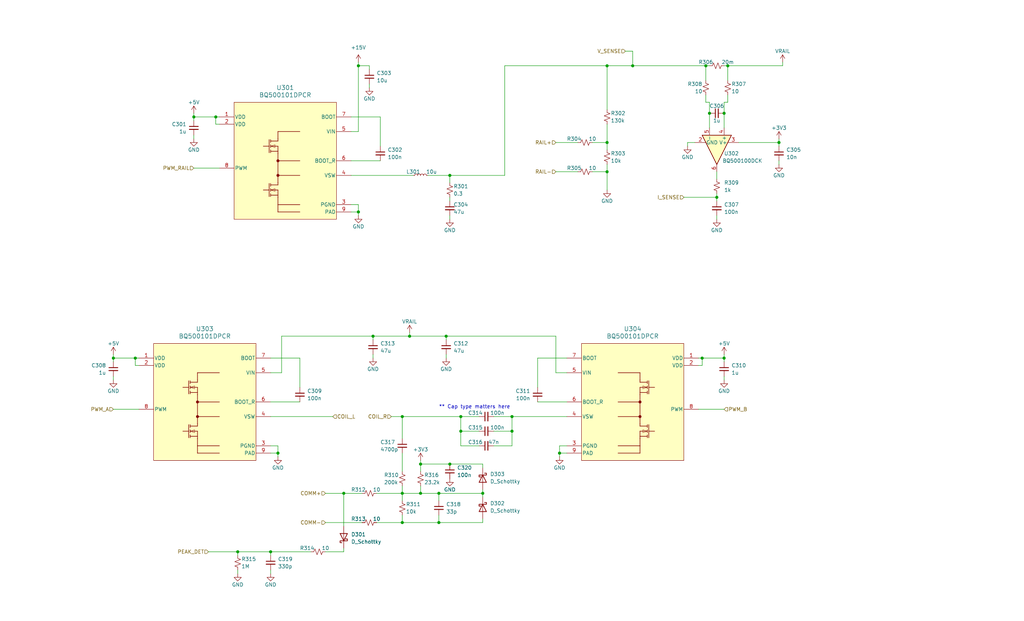
<source format=kicad_sch>
(kicad_sch (version 20230121) (generator eeschema)
  (paper "USLegal")
  (lib_symbols
    (symbol "Amplifier_Current:BQ500100DCK" (pin_names (offset 0.127))
      (property "Reference" "U" (at 3.81 3.81 0))
      (property "Value" "BQ500100DCK" (at 3.81 -3.81 0))
      (symbol "BQ500100DCK_0_1"
        (polyline (pts (xy 5.08 0) (xy -5.08 5.08) (xy -5.08 -5.08) (xy 5.08 0)) (stroke (width 0.254)) (fill (type background)))
      )
      (symbol "BQ500100DCK_1_1"
        (pin passive line (at -2.54 -7.62 90) (length 3.81) hide (name "GND") (number "1"))
        (pin power_in line (at -2.54 -7.62 90) (length 3.81) (name "GND") (number "2"))
        (pin power_in line (at -2.54 7.62 270) (length 3.81) (name "V+") (number "3"))
        (pin input line (at -7.62 2.54 0) (length 2.54) (name "+") (number "4"))
        (pin input line (at -7.62 -2.54 0) (length 2.54) (name "-") (number "5"))
        (pin output line (at 7.62 0 180) (length 2.54) (name "~") (number "6"))
      )
    )
    (symbol "Device:C_Small" (pin_numbers hide) (pin_names (offset 0.254) hide)
      (property "Reference" "C" (at 0.254 1.778 0))
      (property "Value" "C_Small" (at 0.254 -2.032 0))
      (symbol "C_Small_0_1"
        (polyline (pts (xy -1.524 -0.508) (xy 1.524 -0.508)) (stroke (width 0.3302)))
        (polyline (pts (xy -1.524 0.508) (xy 1.524 0.508)) (stroke (width 0.3048)))
      )
      (symbol "C_Small_1_1"
        (pin passive line (at 0 2.54 270) (length 2.032) (name "~") (number "1"))
        (pin passive line (at 0 -2.54 90) (length 2.032) (name "~") (number "2"))
      )
    )
    (symbol "Device:D_Schottky" (pin_numbers hide) (pin_names (offset 1.016) hide)
      (property "Reference" "D" (at 0 2.54 0))
      (property "Value" "D_Schottky" (at 0 -2.54 0))
      (symbol "D_Schottky_0_1"
        (polyline (pts (xy 1.27 0) (xy -1.27 0)))
        (polyline (pts (xy 1.27 1.27) (xy 1.27 -1.27) (xy -1.27 0) (xy 1.27 1.27)) (stroke (width 0.254)))
        (polyline (pts (xy -1.905 0.635) (xy -1.905 1.27) (xy -1.27 1.27) (xy -1.27 -1.27) (xy -0.635 -1.27) (xy -0.635 -0.635)) (stroke (width 0.254)))
      )
      (symbol "D_Schottky_1_1"
        (pin passive line (at -3.81 0 0) (length 2.54) (name "K") (number "1"))
        (pin passive line (at 3.81 0 180) (length 2.54) (name "A") (number "2"))
      )
    )
    (symbol "Device:L_Small" (pin_numbers hide) (pin_names (offset 0.254) hide)
      (property "Reference" "L" (at 0.762 1.016 0))
      (property "Value" "L_Small" (at 0.762 -1.016 0))
      (symbol "L_Small_0_1"
        (arc (start 0 -2.032) (mid 0.5058 -1.524) (end 0 -1.016))
        (arc (start 0 -1.016) (mid 0.5058 -0.508) (end 0 0))
        (arc (start 0 0) (mid 0.5058 0.508) (end 0 1.016))
        (arc (start 0 1.016) (mid 0.5058 1.524) (end 0 2.032))
      )
      (symbol "L_Small_1_1"
        (pin passive line (at 0 2.54 270) (length 0.508) (name "~") (number "1"))
        (pin passive line (at 0 -2.54 90) (length 0.508) (name "~") (number "2"))
      )
    )
    (symbol "Device:R_Small_US" (pin_numbers hide) (pin_names (offset 0.254) hide)
      (property "Reference" "R" (at 0.762 0.508 0))
      (property "Value" "R_Small_US" (at 0.762 -1.016 0))
      (symbol "R_Small_US_1_1"
        (polyline (pts (xy 0 0) (xy 1.016 -0.381) (xy 0 -0.762) (xy -1.016 -1.143) (xy 0 -1.524)))
        (polyline (pts (xy 0 1.524) (xy 1.016 1.143) (xy 0 0.762) (xy -1.016 0.381) (xy 0 0)))
        (pin passive line (at 0 2.54 270) (length 1.016) (name "~") (number "1"))
        (pin passive line (at 0 -2.54 90) (length 1.016) (name "~") (number "2"))
      )
    )
    (symbol "capstone:BQ500101DPCR" (pin_names (offset 0.254))
      (property "Reference" "U" (at 0 24.13 0))
      (property "Value" "BQ500101DPCR" (at 0 21.59 0))
      (symbol "BQ500101DPCR_0_1"
        (circle (center -2.54 -5.08) (radius 0.254) (stroke (width 0.508)))
        (circle (center -2.54 0) (radius 0.254) (stroke (width 0.508)))
        (polyline (pts (xy -7.62 -10.16) (xy -5.588 -10.16)) (stroke (width 0.2032)))
        (polyline (pts (xy -7.62 5.08) (xy -5.588 5.08)) (stroke (width 0.2032)))
        (polyline (pts (xy -5.588 -7.874) (xy -5.588 -12.446)) (stroke (width 0.2032)))
        (polyline (pts (xy -5.588 7.366) (xy -5.588 2.794)) (stroke (width 0.2032)))
        (polyline (pts (xy -5.08 -12.446) (xy -5.08 -11.43)) (stroke (width 0.2032)))
        (polyline (pts (xy -5.08 -10.668) (xy -5.08 -9.652)) (stroke (width 0.2032)))
        (polyline (pts (xy -5.08 -10.16) (xy -3.556 -10.668)) (stroke (width 0.1016)))
        (polyline (pts (xy -5.08 -7.874) (xy -5.08 -8.89)) (stroke (width 0.2032)))
        (polyline (pts (xy -5.08 2.794) (xy -5.08 3.81)) (stroke (width 0.2032)))
        (polyline (pts (xy -5.08 4.572) (xy -5.08 5.588)) (stroke (width 0.2032)))
        (polyline (pts (xy -5.08 5.08) (xy -3.556 4.572)) (stroke (width 0.1016)))
        (polyline (pts (xy -5.08 7.366) (xy -5.08 6.35)) (stroke (width 0.2032)))
        (polyline (pts (xy -3.556 -10.668) (xy -3.556 -9.652)) (stroke (width 0.1016)))
        (polyline (pts (xy -3.556 -9.652) (xy -5.08 -10.16)) (stroke (width 0.1016)))
        (polyline (pts (xy -3.556 4.572) (xy -3.556 5.588)) (stroke (width 0.1016)))
        (polyline (pts (xy -3.556 5.588) (xy -5.08 5.08)) (stroke (width 0.1016)))
        (polyline (pts (xy -2.54 -17.78) (xy 5.08 -17.78)) (stroke (width 0.2032)))
        (polyline (pts (xy -2.54 -15.24) (xy -2.54 -17.78)) (stroke (width 0.2032)))
        (polyline (pts (xy -2.54 -15.24) (xy 5.08 -15.24)) (stroke (width 0.2032)))
        (polyline (pts (xy -2.54 -12.7) (xy -2.54 -15.24)) (stroke (width 0.2032)))
        (polyline (pts (xy -2.54 -11.938) (xy -5.08 -11.938)) (stroke (width 0.2032)))
        (polyline (pts (xy -2.54 -10.16) (xy -5.08 -10.16)) (stroke (width 0.2032)))
        (polyline (pts (xy -2.54 -10.16) (xy -2.54 -12.7)) (stroke (width 0.2032)))
        (polyline (pts (xy -2.54 -8.382) (xy -5.08 -8.382)) (stroke (width 0.2032)))
        (polyline (pts (xy -2.54 -8.382) (xy -2.54 -7.62)) (stroke (width 0.2032)))
        (polyline (pts (xy -2.54 -7.62) (xy -2.54 2.54)) (stroke (width 0.2032)))
        (polyline (pts (xy -2.54 -5.08) (xy 5.08 -5.08)) (stroke (width 0.2032)))
        (polyline (pts (xy -2.54 0) (xy 5.08 0)) (stroke (width 0.2032)))
        (polyline (pts (xy -2.54 3.302) (xy -5.08 3.302)) (stroke (width 0.2032)))
        (polyline (pts (xy -2.54 5.08) (xy -5.08 5.08)) (stroke (width 0.2032)))
        (polyline (pts (xy -2.54 5.08) (xy -2.54 2.54)) (stroke (width 0.2032)))
        (polyline (pts (xy -2.54 6.858) (xy -5.08 6.858)) (stroke (width 0.2032)))
        (polyline (pts (xy -2.54 6.858) (xy -2.54 7.62)) (stroke (width 0.2032)))
        (polyline (pts (xy -2.54 10.16) (xy -2.54 7.62)) (stroke (width 0.2032)))
        (polyline (pts (xy 5.08 10.16) (xy -2.54 10.16)) (stroke (width 0.2032)))
        (pin power_in line (at -22.86 15.24 0) (length 5.08) (name "VDD") (number "1"))
        (pin power_in line (at -22.86 12.7 0) (length 5.08) (name "VDD") (number "2"))
        (pin power_in line (at 22.86 -15.24 180) (length 5.08) (name "PGND") (number "3"))
        (pin power_in line (at 22.86 -5.08 180) (length 5.08) (name "VSW") (number "4"))
        (pin power_in line (at 22.86 10.16 180) (length 5.08) (name "VIN") (number "5"))
        (pin power_in line (at 22.86 0 180) (length 5.08) (name "BOOT_R") (number "6"))
        (pin power_in line (at 22.86 15.24 180) (length 5.08) (name "BOOT") (number "7"))
        (pin input line (at -22.86 -2.54 0) (length 5.08) (name "PWM") (number "8"))
        (pin power_in line (at 22.86 -17.78 180) (length 5.08) (name "PAD") (number "9"))
      )
      (symbol "BQ500101DPCR_1_1"
        (polyline (pts (xy 17.78 -20.32) (xy 17.78 20.32) (xy -17.78 20.32) (xy -17.78 -20.32) (xy 17.78 -20.32)) (fill (type background)))
      )
    )
    (symbol "capstone:VRAIL" (power) (in_bom no) (on_board no)
      (property "Value" "VRAIL" (at 0 3.81 0))
      (symbol "VRAIL_0_1"
        (polyline (pts (xy -0.762 1.27) (xy 0 2.54)))
        (polyline (pts (xy 0 0) (xy 0 2.54)))
        (polyline (pts (xy 0 2.54) (xy 0.762 1.27)))
      )
      (symbol "VRAIL_1_1"
        (pin power_in line (at 0 0 90) (length 0) hide (name "VRAIL") (number "1"))
      )
    )
    (symbol "power:+15V" (power) (pin_names (offset 0))
      (property "Value" "+15V" (at 0 3.556 0))
      (symbol "+15V_0_1"
        (polyline (pts (xy -0.762 1.27) (xy 0 2.54)))
        (polyline (pts (xy 0 0) (xy 0 2.54)))
        (polyline (pts (xy 0 2.54) (xy 0.762 1.27)))
      )
      (symbol "+15V_1_1"
        (pin power_in line (at 0 0 90) (length 0) hide (name "+15V") (number "1"))
      )
    )
    (symbol "power:+3V3" (power) (pin_names (offset 0))
      (property "Value" "+3V3" (at 0 3.556 0))
      (symbol "+3V3_0_1"
        (polyline (pts (xy -0.762 1.27) (xy 0 2.54)))
        (polyline (pts (xy 0 0) (xy 0 2.54)))
        (polyline (pts (xy 0 2.54) (xy 0.762 1.27)))
      )
      (symbol "+3V3_1_1"
        (pin power_in line (at 0 0 90) (length 0) hide (name "+3V3") (number "1"))
      )
    )
    (symbol "power:+5V" (power) (pin_names (offset 0))
      (property "Value" "+5V" (at 0 3.556 0))
      (symbol "+5V_0_1"
        (polyline (pts (xy -0.762 1.27) (xy 0 2.54)))
        (polyline (pts (xy 0 0) (xy 0 2.54)))
        (polyline (pts (xy 0 2.54) (xy 0.762 1.27)))
      )
      (symbol "+5V_1_1"
        (pin power_in line (at 0 0 90) (length 0) hide (name "+5V") (number "1"))
      )
    )
    (symbol "power:GND" (power) (pin_names (offset 0))
      (property "Value" "GND" (at 0 -3.81 0))
      (symbol "GND_0_1"
        (polyline (pts (xy 0 0) (xy 0 -1.27) (xy 1.27 -1.27) (xy 0 -2.54) (xy -1.27 -1.27) (xy 0 -1.27)))
      )
      (symbol "GND_1_1"
        (pin power_in line (at 0 0 270) (length 0) hide (name "GND") (number "1"))
      )
    )
  )
  (junction (at 67.31 40.64))
  (junction (at 219.71 22.86))
  (junction (at 46.99 124.46))
  (junction (at 245.11 22.86))
  (junction (at 93.98 191.77))
  (junction (at 160.02 144.78))
  (junction (at 139.7 181.61))
  (junction (at 142.24 116.84))
  (junction (at 194.31 157.48))
  (junction (at 252.73 22.86))
  (junction (at 270.51 49.53))
  (junction (at 177.8 149.86))
  (junction (at 124.46 73.66))
  (junction (at 246.38 39.37))
  (junction (at 243.84 124.46))
  (junction (at 251.46 124.46))
  (junction (at 210.82 59.69))
  (junction (at 177.8 144.78))
  (junction (at 129.54 116.84))
  (junction (at 154.94 116.84))
  (junction (at 210.82 49.53))
  (junction (at 146.05 161.29))
  (junction (at 146.05 171.45))
  (junction (at 167.64 171.45))
  (junction (at 119.38 171.45))
  (junction (at 152.4 181.61))
  (junction (at 210.82 22.86))
  (junction (at 124.46 22.86))
  (junction (at 74.93 40.64))
  (junction (at 156.21 161.29))
  (junction (at 160.02 149.86))
  (junction (at 96.52 157.48))
  (junction (at 82.55 191.77))
  (junction (at 139.7 171.45))
  (junction (at 156.21 60.96))
  (junction (at 248.92 68.58))
  (junction (at 251.46 39.37))
  (junction (at 152.4 171.45))
  (junction (at 139.7 144.78))
  (junction (at 39.37 124.46))
  (wire (pts (xy 210.82 38.1) (xy 210.82 22.86)))
  (wire (pts (xy 46.99 127) (xy 46.99 124.46)))
  (wire (pts (xy 246.38 35.56) (xy 246.38 39.37)))
  (wire (pts (xy 124.46 21.59) (xy 124.46 22.86)))
  (wire (pts (xy 186.69 134.62) (xy 186.69 124.46)))
  (wire (pts (xy 246.38 39.37) (xy 246.38 44.45)))
  (wire (pts (xy 248.92 67.31) (xy 248.92 68.58)))
  (wire (pts (xy 119.38 171.45) (xy 125.73 171.45)))
  (wire (pts (xy 48.26 127) (xy 46.99 127)))
  (wire (pts (xy 210.82 43.18) (xy 210.82 49.53)))
  (wire (pts (xy 139.7 157.48) (xy 139.7 163.83)))
  (wire (pts (xy 238.76 49.53) (xy 241.3 49.53)))
  (wire (pts (xy 119.38 171.45) (xy 119.38 182.88)))
  (wire (pts (xy 67.31 40.64) (xy 74.93 40.64)))
  (wire (pts (xy 193.04 129.54) (xy 193.04 116.84)))
  (wire (pts (xy 245.11 22.86) (xy 246.38 22.86)))
  (wire (pts (xy 243.84 124.46) (xy 242.57 124.46)))
  (wire (pts (xy 167.64 181.61) (xy 152.4 181.61)))
  (wire (pts (xy 177.8 154.94) (xy 177.8 149.86)))
  (wire (pts (xy 251.46 123.19) (xy 251.46 124.46)))
  (wire (pts (xy 196.85 157.48) (xy 194.31 157.48)))
  (wire (pts (xy 270.51 55.88) (xy 270.51 57.15)))
  (wire (pts (xy 171.45 144.78) (xy 177.8 144.78)))
  (wire (pts (xy 152.4 181.61) (xy 139.7 181.61)))
  (wire (pts (xy 146.05 161.29) (xy 156.21 161.29)))
  (wire (pts (xy 210.82 57.15) (xy 210.82 59.69)))
  (wire (pts (xy 76.2 43.18) (xy 74.93 43.18)))
  (wire (pts (xy 139.7 179.07) (xy 139.7 181.61)))
  (wire (pts (xy 129.54 116.84) (xy 142.24 116.84)))
  (wire (pts (xy 82.55 191.77) (xy 93.98 191.77)))
  (wire (pts (xy 128.27 24.13) (xy 128.27 22.86)))
  (wire (pts (xy 139.7 144.78) (xy 139.7 152.4)))
  (wire (pts (xy 252.73 22.86) (xy 251.46 22.86)))
  (wire (pts (xy 146.05 168.91) (xy 146.05 171.45)))
  (wire (pts (xy 93.98 191.77) (xy 93.98 193.04)))
  (wire (pts (xy 128.27 22.86) (xy 124.46 22.86)))
  (wire (pts (xy 167.64 162.56) (xy 167.64 161.29)))
  (wire (pts (xy 154.94 123.19) (xy 154.94 124.46)))
  (wire (pts (xy 67.31 39.37) (xy 67.31 40.64)))
  (wire (pts (xy 160.02 149.86) (xy 160.02 144.78)))
  (wire (pts (xy 124.46 73.66) (xy 124.46 74.93)))
  (wire (pts (xy 166.37 149.86) (xy 160.02 149.86)))
  (wire (pts (xy 93.98 157.48) (xy 96.52 157.48)))
  (wire (pts (xy 93.98 154.94) (xy 96.52 154.94)))
  (wire (pts (xy 67.31 40.64) (xy 67.31 41.91)))
  (wire (pts (xy 219.71 17.78) (xy 219.71 22.86)))
  (wire (pts (xy 135.89 144.78) (xy 139.7 144.78)))
  (wire (pts (xy 124.46 45.72) (xy 124.46 22.86)))
  (wire (pts (xy 167.64 171.45) (xy 167.64 172.72)))
  (wire (pts (xy 245.11 22.86) (xy 245.11 27.94)))
  (wire (pts (xy 196.85 129.54) (xy 193.04 129.54)))
  (wire (pts (xy 245.11 33.02) (xy 245.11 35.56)))
  (wire (pts (xy 248.92 74.93) (xy 248.92 76.2)))
  (wire (pts (xy 177.8 144.78) (xy 196.85 144.78)))
  (wire (pts (xy 156.21 63.5) (xy 156.21 60.96)))
  (wire (pts (xy 124.46 71.12) (xy 124.46 73.66)))
  (wire (pts (xy 248.92 68.58) (xy 248.92 69.85)))
  (wire (pts (xy 128.27 29.21) (xy 128.27 30.48)))
  (wire (pts (xy 146.05 171.45) (xy 152.4 171.45)))
  (wire (pts (xy 93.98 144.78) (xy 115.57 144.78)))
  (wire (pts (xy 96.52 157.48) (xy 96.52 158.75)))
  (wire (pts (xy 186.69 124.46) (xy 196.85 124.46)))
  (wire (pts (xy 171.45 154.94) (xy 177.8 154.94)))
  (wire (pts (xy 142.24 116.84) (xy 142.24 115.57)))
  (wire (pts (xy 39.37 142.24) (xy 48.26 142.24)))
  (wire (pts (xy 113.03 171.45) (xy 119.38 171.45)))
  (wire (pts (xy 177.8 149.86) (xy 177.8 144.78)))
  (wire (pts (xy 39.37 124.46) (xy 46.99 124.46)))
  (wire (pts (xy 96.52 154.94) (xy 96.52 157.48)))
  (wire (pts (xy 119.38 190.5) (xy 119.38 191.77)))
  (wire (pts (xy 121.92 71.12) (xy 124.46 71.12)))
  (wire (pts (xy 104.14 124.46) (xy 93.98 124.46)))
  (wire (pts (xy 121.92 60.96) (xy 143.51 60.96)))
  (wire (pts (xy 252.73 35.56) (xy 251.46 35.56)))
  (wire (pts (xy 245.11 35.56) (xy 246.38 35.56)))
  (wire (pts (xy 256.54 49.53) (xy 270.51 49.53)))
  (wire (pts (xy 248.92 59.69) (xy 248.92 62.23)))
  (wire (pts (xy 251.46 35.56) (xy 251.46 39.37)))
  (wire (pts (xy 205.74 49.53) (xy 210.82 49.53)))
  (wire (pts (xy 93.98 129.54) (xy 97.79 129.54)))
  (wire (pts (xy 175.26 22.86) (xy 175.26 60.96)))
  (wire (pts (xy 139.7 144.78) (xy 160.02 144.78)))
  (wire (pts (xy 251.46 39.37) (xy 251.46 44.45)))
  (wire (pts (xy 39.37 123.19) (xy 39.37 124.46)))
  (wire (pts (xy 160.02 144.78) (xy 166.37 144.78)))
  (wire (pts (xy 160.02 154.94) (xy 160.02 149.86)))
  (wire (pts (xy 217.17 17.78) (xy 219.71 17.78)))
  (wire (pts (xy 152.4 173.99) (xy 152.4 171.45)))
  (wire (pts (xy 156.21 68.58) (xy 156.21 69.85)))
  (wire (pts (xy 193.04 49.53) (xy 200.66 49.53)))
  (wire (pts (xy 219.71 22.86) (xy 210.82 22.86)))
  (wire (pts (xy 139.7 171.45) (xy 146.05 171.45)))
  (wire (pts (xy 271.78 21.59) (xy 271.78 22.86)))
  (wire (pts (xy 93.98 139.7) (xy 104.14 139.7)))
  (wire (pts (xy 74.93 43.18) (xy 74.93 40.64)))
  (wire (pts (xy 129.54 123.19) (xy 129.54 124.46)))
  (wire (pts (xy 156.21 161.29) (xy 167.64 161.29)))
  (wire (pts (xy 196.85 154.94) (xy 194.31 154.94)))
  (wire (pts (xy 237.49 68.58) (xy 248.92 68.58)))
  (wire (pts (xy 139.7 168.91) (xy 139.7 171.45)))
  (wire (pts (xy 139.7 171.45) (xy 139.7 173.99)))
  (wire (pts (xy 82.55 198.12) (xy 82.55 199.39)))
  (wire (pts (xy 130.81 181.61) (xy 139.7 181.61)))
  (wire (pts (xy 210.82 59.69) (xy 210.82 66.04)))
  (wire (pts (xy 252.73 33.02) (xy 252.73 35.56)))
  (wire (pts (xy 210.82 49.53) (xy 210.82 52.07)))
  (wire (pts (xy 194.31 157.48) (xy 194.31 158.75)))
  (wire (pts (xy 210.82 22.86) (xy 175.26 22.86)))
  (wire (pts (xy 242.57 127) (xy 243.84 127)))
  (wire (pts (xy 156.21 74.93) (xy 156.21 76.2)))
  (wire (pts (xy 97.79 129.54) (xy 97.79 116.84)))
  (wire (pts (xy 194.31 154.94) (xy 194.31 157.48)))
  (wire (pts (xy 193.04 116.84) (xy 154.94 116.84)))
  (wire (pts (xy 39.37 124.46) (xy 39.37 125.73)))
  (wire (pts (xy 67.31 46.99) (xy 67.31 48.26)))
  (wire (pts (xy 154.94 116.84) (xy 142.24 116.84)))
  (wire (pts (xy 46.99 124.46) (xy 48.26 124.46)))
  (wire (pts (xy 171.45 149.86) (xy 177.8 149.86)))
  (wire (pts (xy 167.64 180.34) (xy 167.64 181.61)))
  (wire (pts (xy 271.78 22.86) (xy 252.73 22.86)))
  (wire (pts (xy 119.38 191.77) (xy 113.03 191.77)))
  (wire (pts (xy 154.94 116.84) (xy 154.94 118.11)))
  (wire (pts (xy 146.05 163.83) (xy 146.05 161.29)))
  (wire (pts (xy 152.4 179.07) (xy 152.4 181.61)))
  (wire (pts (xy 196.85 139.7) (xy 186.69 139.7)))
  (wire (pts (xy 74.93 40.64) (xy 76.2 40.64)))
  (wire (pts (xy 166.37 154.94) (xy 160.02 154.94)))
  (wire (pts (xy 72.39 191.77) (xy 82.55 191.77)))
  (wire (pts (xy 121.92 55.88) (xy 132.08 55.88)))
  (wire (pts (xy 243.84 127) (xy 243.84 124.46)))
  (wire (pts (xy 193.04 59.69) (xy 200.66 59.69)))
  (wire (pts (xy 238.76 50.8) (xy 238.76 49.53)))
  (wire (pts (xy 129.54 116.84) (xy 129.54 118.11)))
  (wire (pts (xy 132.08 50.8) (xy 132.08 40.64)))
  (wire (pts (xy 205.74 59.69) (xy 210.82 59.69)))
  (wire (pts (xy 167.64 170.18) (xy 167.64 171.45)))
  (wire (pts (xy 113.03 181.61) (xy 125.73 181.61)))
  (wire (pts (xy 104.14 134.62) (xy 104.14 124.46)))
  (wire (pts (xy 219.71 22.86) (xy 245.11 22.86)))
  (wire (pts (xy 93.98 198.12) (xy 93.98 199.39)))
  (wire (pts (xy 97.79 116.84) (xy 129.54 116.84)))
  (wire (pts (xy 251.46 142.24) (xy 242.57 142.24)))
  (wire (pts (xy 39.37 130.81) (xy 39.37 132.08)))
  (wire (pts (xy 82.55 193.04) (xy 82.55 191.77)))
  (wire (pts (xy 130.81 171.45) (xy 139.7 171.45)))
  (wire (pts (xy 121.92 45.72) (xy 124.46 45.72)))
  (wire (pts (xy 156.21 60.96) (xy 148.59 60.96)))
  (wire (pts (xy 251.46 124.46) (xy 251.46 125.73)))
  (wire (pts (xy 132.08 40.64) (xy 121.92 40.64)))
  (wire (pts (xy 270.51 49.53) (xy 270.51 48.26)))
  (wire (pts (xy 251.46 130.81) (xy 251.46 132.08)))
  (wire (pts (xy 146.05 160.02) (xy 146.05 161.29)))
  (wire (pts (xy 270.51 49.53) (xy 270.51 50.8)))
  (wire (pts (xy 251.46 124.46) (xy 243.84 124.46)))
  (wire (pts (xy 167.64 171.45) (xy 152.4 171.45)))
  (wire (pts (xy 252.73 22.86) (xy 252.73 27.94)))
  (wire (pts (xy 107.95 191.77) (xy 93.98 191.77)))
  (wire (pts (xy 67.31 58.42) (xy 76.2 58.42)))
  (wire (pts (xy 175.26 60.96) (xy 156.21 60.96)))
  (wire (pts (xy 121.92 73.66) (xy 124.46 73.66)))
  (text "** Cap type matters here\n" (at 152.4 142.24 0) (effects (font (size 1.27 1.27)) (justify left bottom)))
  (hierarchical_label "COIL_L" (shape input) (at 115.57 144.78 0))
  (hierarchical_label "RAIL+" (shape input) (at 193.04 49.53 180))
  (hierarchical_label "RAIL-" (shape input) (at 193.04 59.69 180))
  (hierarchical_label "COMM-" (shape input) (at 113.03 181.61 180))
  (hierarchical_label "V_SENSE" (shape input) (at 217.17 17.78 180))
  (hierarchical_label "I_SENSE" (shape input) (at 237.49 68.58 180))
  (hierarchical_label "PWM_RAIL" (shape input) (at 67.31 58.42 180))
  (hierarchical_label "PWM_B" (shape input) (at 251.46 142.24 0))
  (hierarchical_label "COMM+" (shape input) (at 113.03 171.45 180))
  (hierarchical_label "PWM_A" (shape input) (at 39.37 142.24 180))
  (hierarchical_label "PEAK_DET" (shape input) (at 72.39 191.77 180))
  (hierarchical_label "COIL_R" (shape input) (at 135.89 144.78 180))
  (symbol (lib_id "Device:R_Small_US") (at 210.82 40.64 0) (unit 1)
    (property "Reference" "R302" (at 212.09 39.37 0) (effects (justify left)))
    (property "Value" "130k" (at 212.09 41.91 0) (effects (justify left)))
  )
  (symbol (lib_id "power:GND") (at 82.55 199.39 0) (unit 1)
    (property "Reference" "#PWR0323" (effects hide))
    (property "Value" "GND" (at 82.55 203.2 0))
  )
  (symbol (lib_id "Device:R_Small_US") (at 245.11 30.48 0) (unit 1)
    (property "Reference" "R308" (at 238.76 29.21 0) (effects (justify left)))
    (property "Value" "10" (at 241.3 31.75 0) (effects (justify left)))
  )
  (symbol (lib_id "Device:C_Small") (at 154.94 120.65 0) (unit 1)
    (property "Reference" "C312" (at 157.48 119.3863 0) (effects (justify left)))
    (property "Value" "47u" (at 157.48 121.92 0) (effects (justify left)))
  )
  (symbol (lib_id "Device:C_Small") (at 129.54 120.65 0) (unit 1)
    (property "Reference" "C313" (at 132.08 119.3863 0) (effects (justify left)))
    (property "Value" "47u" (at 132.08 121.92 0) (effects (justify left)))
  )
  (symbol (lib_id "power:GND") (at 67.31 48.26 0) (unit 1)
    (property "Reference" "#PWR0302" (effects hide))
    (property "Value" "GND" (at 67.31 52.07 0))
  )
  (symbol (lib_id "power:GND") (at 128.27 30.48 0) (unit 1)
    (property "Reference" "#PWR0304" (effects hide))
    (property "Value" "GND" (at 128.27 34.29 0))
  )
  (symbol (lib_id "Device:C_Small") (at 67.31 44.45 0) (unit 1)
    (property "Reference" "C301" (at 64.77 43.1863 0) (effects (justify right)))
    (property "Value" "1u" (at 64.77 45.7263 0) (effects (justify right)))
  )
  (symbol (lib_id "Device:D_Schottky") (at 119.38 186.69 90) (unit 1)
    (property "Reference" "D301" (at 121.92 185.7375 90) (effects (justify right)))
    (property "Value" "D_Schottky" (at 121.92 188.2775 90) (effects (justify right)))
  )
  (symbol (lib_id "power:+15V") (at 124.46 21.59 0) (unit 1)
    (property "Reference" "#PWR0303" (effects hide))
    (property "Value" "+15V" (at 124.46 16.51 0))
  )
  (symbol (lib_id "power:GND") (at 248.92 76.2 0) (unit 1)
    (property "Reference" "#PWR0311" (effects hide))
    (property "Value" "GND" (at 248.92 80.01 0))
  )
  (symbol (lib_id "Device:R_Small_US") (at 128.27 181.61 90) (unit 1)
    (property "Reference" "R313" (at 124.46 180.34 90))
    (property "Value" "10" (at 130.81 180.34 90))
  )
  (symbol (lib_id "Device:R_Small_US") (at 139.7 176.53 0) (unit 1)
    (property "Reference" "R311" (at 140.97 175.26 0) (effects (justify left)))
    (property "Value" "10k" (at 140.97 177.8 0) (effects (justify left)))
  )
  (symbol (lib_id "power:GND") (at 124.46 74.93 0) (unit 1)
    (property "Reference" "#PWR0305" (effects hide))
    (property "Value" "GND" (at 124.46 78.74 0))
  )
  (symbol (lib_id "capstone:VRAIL") (at 271.78 21.59 0) (unit 1) (in_bom no) (on_board no)
    (property "Reference" "#PWR0312" (effects hide))
    (property "Value" "VRAIL" (at 271.78 17.78 0))
  )
  (symbol (lib_id "Device:R_Small_US") (at 248.92 64.77 0) (unit 1)
    (property "Reference" "R309" (at 251.46 63.5 0) (effects (justify left)))
    (property "Value" "1k" (at 251.46 66.04 0) (effects (justify left)))
  )
  (symbol (lib_id "Device:R_Small_US") (at 146.05 166.37 0) (unit 1)
    (property "Reference" "R316" (at 147.32 165.1 0) (effects (justify left)))
    (property "Value" "23.2k" (at 147.32 167.64 0) (effects (justify left)))
  )
  (symbol (lib_id "power:GND") (at 270.51 57.15 0) (unit 1)
    (property "Reference" "#PWR0310" (effects hide))
    (property "Value" "GND" (at 270.51 60.96 0))
  )
  (symbol (lib_id "Device:L_Small") (at 146.05 60.96 90) (unit 1)
    (property "Reference" "L301" (at 143.51 59.69 90))
    (property "Value" "10u" (at 149.86 59.69 90))
  )
  (symbol (lib_id "power:GND") (at 156.21 76.2 0) (unit 1)
    (property "Reference" "#PWR0306" (effects hide))
    (property "Value" "GND" (at 156.21 80.01 0))
  )
  (symbol (lib_id "Device:R_Small_US") (at 203.2 49.53 90) (unit 1)
    (property "Reference" "R304" (at 199.39 48.26 90))
    (property "Value" "10" (at 205.74 48.26 90))
  )
  (symbol (lib_id "power:GND") (at 129.54 124.46 0) (unit 1)
    (property "Reference" "#PWR0320" (effects hide))
    (property "Value" "GND" (at 129.54 128.27 0))
  )
  (symbol (lib_id "Device:D_Schottky") (at 167.64 176.53 270) (unit 1)
    (property "Reference" "D302" (at 170.18 174.9425 90) (effects (justify left)))
    (property "Value" "D_Schottky" (at 170.18 177.4825 90) (effects (justify left)))
  )
  (symbol (lib_id "Device:C_Small") (at 248.92 39.37 90) (unit 1)
    (property "Reference" "C306" (at 248.92 36.83 90))
    (property "Value" "1u" (at 248.92 41.91 90))
  )
  (symbol (lib_id "capstone:BQ500101DPCR") (at 219.71 139.7 0) (mirror y) (unit 1)
    (property "Reference" "U304" (at 219.71 114.3 0) (effects (font (size 1.524 1.524))))
    (property "Value" "BQ500101DPCR" (at 219.71 116.84 0) (effects (font (size 1.524 1.524))))
    (property "Footprint" "DPC0008A" (effects hide))
    (property "Datasheet" "BQ500101DPCR" (effects hide))
  )
  (symbol (lib_id "Device:C_Small") (at 248.92 72.39 0) (unit 1)
    (property "Reference" "C307" (at 251.46 71.1263 0) (effects (justify left)))
    (property "Value" "100n" (at 251.46 73.6663 0) (effects (justify left)))
  )
  (symbol (lib_id "power:GND") (at 96.52 158.75 0) (unit 1)
    (property "Reference" "#PWR0315" (effects hide))
    (property "Value" "GND" (at 96.52 162.56 0))
  )
  (symbol (lib_id "Device:C_Small") (at 132.08 53.34 0) (unit 1)
    (property "Reference" "C302" (at 134.62 52.0763 0) (effects (justify left)))
    (property "Value" "100n" (at 134.62 54.6163 0) (effects (justify left)))
  )
  (symbol (lib_id "Device:R_Small_US") (at 128.27 171.45 90) (unit 1)
    (property "Reference" "R312" (at 124.46 170.18 90))
    (property "Value" "10" (at 130.81 170.18 90))
  )
  (symbol (lib_id "power:+5V") (at 67.31 39.37 0) (unit 1)
    (property "Reference" "#PWR0301" (effects hide))
    (property "Value" "+5V" (at 67.31 35.56 0))
  )
  (symbol (lib_id "power:GND") (at 154.94 124.46 0) (unit 1)
    (property "Reference" "#PWR0321" (effects hide))
    (property "Value" "GND" (at 154.94 128.27 0))
  )
  (symbol (lib_id "power:GND") (at 194.31 158.75 0) (mirror y) (unit 1)
    (property "Reference" "#PWR0318" (effects hide))
    (property "Value" "GND" (at 194.31 162.56 0))
  )
  (symbol (lib_id "Device:C_Small") (at 156.21 72.39 0) (unit 1)
    (property "Reference" "C304" (at 157.48 71.12 0) (effects (justify left)))
    (property "Value" "47u" (at 157.48 73.66 0) (effects (justify left)))
  )
  (symbol (lib_id "Device:C_Small") (at 168.91 154.94 90) (unit 1)
    (property "Reference" "C316" (at 165.1 153.67 90))
    (property "Value" "47n" (at 171.45 153.67 90))
    (property "Voltage" "100V" (effects hide))
    (property "Dielectric" "C0G" (effects hide))
  )
  (symbol (lib_id "Device:R_Small_US") (at 156.21 66.04 0) (unit 1)
    (property "Reference" "R301" (at 157.48 64.77 0) (effects (justify left)))
    (property "Value" "0.3" (at 157.48 67.31 0) (effects (justify left)))
  )
  (symbol (lib_id "Device:C_Small") (at 139.7 154.94 0) (unit 1)
    (property "Reference" "C317" (at 132.08 153.67 0) (effects (justify left)))
    (property "Value" "4700p" (at 132.08 156.21 0) (effects (justify left)))
  )
  (symbol (lib_id "Device:R_Small_US") (at 110.49 191.77 90) (unit 1)
    (property "Reference" "R314" (at 106.68 190.5 90))
    (property "Value" "10" (at 113.03 190.5 90))
  )
  (symbol (lib_id "Device:C_Small") (at 186.69 137.16 0) (mirror y) (unit 1)
    (property "Reference" "C311" (at 184.15 135.8963 0) (effects (justify left)))
    (property "Value" "100n" (at 184.15 138.4363 0) (effects (justify left)))
  )
  (symbol (lib_id "Device:C_Small") (at 152.4 176.53 0) (unit 1)
    (property "Reference" "C318" (at 154.94 175.2663 0) (effects (justify left)))
    (property "Value" "33p" (at 154.94 177.8063 0) (effects (justify left)))
  )
  (symbol (lib_id "Device:C_Small") (at 156.21 163.83 0) (unit 1)
    (property "Reference" "C320" (at 158.75 162.5663 0) (effects (justify left)))
    (property "Value" "100n" (at 158.75 165.1063 0) (effects (justify left)))
  )
  (symbol (lib_id "power:GND") (at 156.21 166.37 0) (unit 1)
    (property "Reference" "#PWR0324" (effects hide))
    (property "Value" "GND" (at 156.21 170.18 0))
  )
  (symbol (lib_id "power:GND") (at 238.76 50.8 0) (unit 1)
    (property "Reference" "#PWR0308" (effects hide))
    (property "Value" "GND" (at 238.76 54.61 0))
  )
  (symbol (lib_id "Device:C_Small") (at 168.91 149.86 90) (unit 1)
    (property "Reference" "C315" (at 165.1 148.59 90))
    (property "Value" "100n" (at 172.72 148.59 90))
    (property "Voltage" "100V" (effects hide))
    (property "Dielectric" "C0G" (effects hide))
  )
  (symbol (lib_id "Device:C_Small") (at 93.98 195.58 0) (unit 1)
    (property "Reference" "C319" (at 96.52 194.3163 0) (effects (justify left)))
    (property "Value" "330p" (at 96.52 196.8563 0) (effects (justify left)))
  )
  (symbol (lib_id "power:GND") (at 93.98 199.39 0) (unit 1)
    (property "Reference" "#PWR0322" (effects hide))
    (property "Value" "GND" (at 93.98 203.2 0))
  )
  (symbol (lib_id "Device:C_Small") (at 128.27 26.67 0) (unit 1)
    (property "Reference" "C303" (at 130.81 25.4063 0) (effects (justify left)))
    (property "Value" "10u" (at 130.81 27.9463 0) (effects (justify left)))
  )
  (symbol (lib_id "Device:R_Small_US") (at 210.82 54.61 0) (unit 1)
    (property "Reference" "R303" (at 212.09 53.34 0) (effects (justify left)))
    (property "Value" "10k" (at 212.09 55.88 0) (effects (justify left)))
  )
  (symbol (lib_id "Device:C_Small") (at 251.46 128.27 0) (mirror y) (unit 1)
    (property "Reference" "C310" (at 254 127.0063 0) (effects (justify right)))
    (property "Value" "1u" (at 254 129.5463 0) (effects (justify right)))
  )
  (symbol (lib_id "Device:C_Small") (at 270.51 53.34 0) (unit 1)
    (property "Reference" "C305" (at 273.05 52.0763 0) (effects (justify left)))
    (property "Value" "10n" (at 273.05 54.6163 0) (effects (justify left)))
  )
  (symbol (lib_id "Device:D_Schottky") (at 167.64 166.37 270) (unit 1)
    (property "Reference" "D303" (at 170.18 164.7825 90) (effects (justify left)))
    (property "Value" "D_Schottky" (at 170.18 167.3225 90) (effects (justify left)))
  )
  (symbol (lib_id "capstone:BQ500101DPCR") (at 99.06 55.88 0) (unit 1)
    (property "Reference" "U301" (at 99.06 30.48 0) (effects (font (size 1.524 1.524))))
    (property "Value" "BQ500101DPCR" (at 99.06 33.02 0) (effects (font (size 1.524 1.524))))
    (property "Footprint" "DPC0008A" (effects hide))
    (property "Datasheet" "BQ500101DPCR" (effects hide))
  )
  (symbol (lib_id "power:+5V") (at 39.37 123.19 0) (unit 1)
    (property "Reference" "#PWR0313" (effects hide))
    (property "Value" "+5V" (at 39.37 119.38 0))
  )
  (symbol (lib_id "Device:C_Small") (at 39.37 128.27 0) (unit 1)
    (property "Reference" "C308" (at 36.83 127.0063 0) (effects (justify right)))
    (property "Value" "1u" (at 36.83 129.5463 0) (effects (justify right)))
  )
  (symbol (lib_id "power:+3V3") (at 270.51 48.26 0) (unit 1)
    (property "Reference" "#PWR0604" (effects hide))
    (property "Value" "+3V3" (at 270.51 44.45 0))
    (instances (project "ground-station" (path "" (reference "#PWR0604") (unit 1)) (path "" (reference "#PWR0309") (unit 1))))
  )
  (symbol (lib_id "Device:R_Small_US") (at 139.7 166.37 0) (unit 1)
    (property "Reference" "R310" (at 133.35 165.1 0) (effects (justify left)))
    (property "Value" "200k" (at 133.35 167.64 0) (effects (justify left)))
  )
  (symbol (lib_id "Device:R_Small_US") (at 252.73 30.48 0) (unit 1)
    (property "Reference" "R307" (at 254 29.21 0) (effects (justify left)))
    (property "Value" "10" (at 254 31.75 0) (effects (justify left)))
  )
  (symbol (lib_id "Device:C_Small") (at 104.14 137.16 0) (unit 1)
    (property "Reference" "C309" (at 106.68 135.8963 0) (effects (justify left)))
    (property "Value" "100n" (at 106.68 138.4363 0) (effects (justify left)))
  )
  (symbol (lib_id "capstone:BQ500101DPCR") (at 71.12 139.7 0) (unit 1)
    (property "Reference" "U303" (at 71.12 114.3 0) (effects (font (size 1.524 1.524))))
    (property "Value" "BQ500101DPCR" (at 71.12 116.84 0) (effects (font (size 1.524 1.524))))
    (property "Footprint" "DPC0008A" (effects hide))
    (property "Datasheet" "BQ500101DPCR" (effects hide))
  )
  (symbol (lib_id "power:+5V") (at 251.46 123.19 0) (mirror y) (unit 1)
    (property "Reference" "#PWR0316" (effects hide))
    (property "Value" "+5V" (at 251.46 119.38 0))
  )
  (symbol (lib_id "power:GND") (at 39.37 132.08 0) (unit 1)
    (property "Reference" "#PWR0314" (effects hide))
    (property "Value" "GND" (at 39.37 135.89 0))
  )
  (symbol (lib_id "power:GND") (at 210.82 66.04 0) (unit 1)
    (property "Reference" "#PWR0307" (effects hide))
    (property "Value" "GND" (at 210.82 69.85 0))
  )
  (symbol (lib_id "Device:R_Small_US") (at 248.92 22.86 90) (unit 1)
    (property "Reference" "R306" (at 245.11 21.59 90))
    (property "Value" "20m" (at 252.73 21.59 90))
    (property "Tolerance" "0.5%" (effects hide))
    (property "Power" "0.25W" (effects hide))
  )
  (symbol (lib_id "Device:R_Small_US") (at 203.2 59.69 90) (unit 1)
    (property "Reference" "R305" (at 199.39 58.42 90))
    (property "Value" "10" (at 205.74 58.42 90))
  )
  (symbol (lib_id "power:+3V3") (at 146.05 160.02 0) (unit 1)
    (property "Reference" "#PWR0325" (effects hide))
    (property "Value" "+3V3" (at 146.05 156.21 0))
  )
  (symbol (lib_id "Device:R_Small_US") (at 82.55 195.58 0) (unit 1)
    (property "Reference" "R315" (at 83.82 194.31 0) (effects (justify left)))
    (property "Value" "1M" (at 83.82 196.85 0) (effects (justify left)))
  )
  (symbol (lib_id "power:GND") (at 251.46 132.08 0) (mirror y) (unit 1)
    (property "Reference" "#PWR0317" (effects hide))
    (property "Value" "GND" (at 251.46 135.89 0))
  )
  (symbol (lib_id "Device:C_Small") (at 168.91 144.78 90) (unit 1)
    (property "Reference" "C314" (at 165.1 143.51 90))
    (property "Value" "100n" (at 172.72 143.51 90))
    (property "Voltage" "100V" (effects hide))
    (property "Dielectric" "C0G" (effects hide))
  )
  (symbol (lib_id "Amplifier_Current:BQ500100DCK") (at 248.92 52.07 270) (unit 1)
    (property "Reference" "U302" (at 254 53.34 90))
    (property "Value" "BQ500100DCK" (at 257.81 55.88 90))
    (property "Footprint" "Package_TO_SOT_SMD:SOT-363_SC-70-6" (effects hide))
    (property "Datasheet" "http://www.ti.com/lit/ds/symlink/bq500100.pdf" (effects hide))
  )
  (symbol (lib_id "capstone:VRAIL") (at 142.24 115.57 0) (unit 1) (in_bom no) (on_board no)
    (property "Reference" "#PWR0319" (effects hide))
    (property "Value" "VRAIL" (at 142.24 111.76 0))
  )
)
</source>
